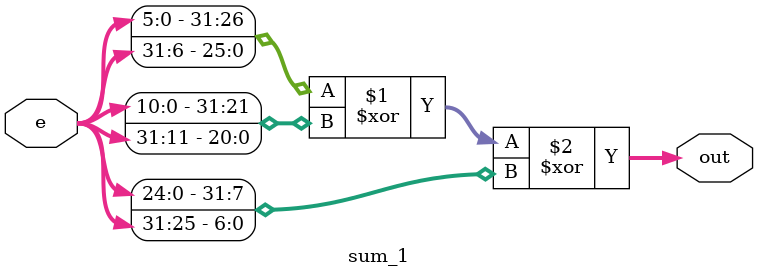
<source format=v>
module sum_1(
	input [31:0] e,
	output [31:0] out
);
	assign out = {e[5:0],e[31:6]} ^ {e[10:0], e[31:11]} ^ {e[24:0], e[31:25]};
endmodule 
</source>
